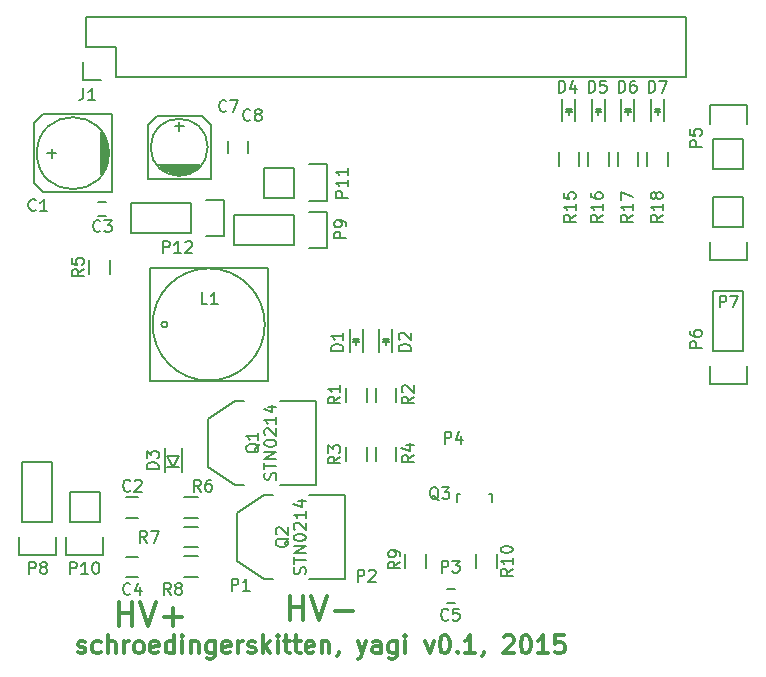
<source format=gto>
G04 #@! TF.FileFunction,Legend,Top*
%FSLAX46Y46*%
G04 Gerber Fmt 4.6, Leading zero omitted, Abs format (unit mm)*
G04 Created by KiCad (PCBNEW 0.201509131501+6189~30~ubuntu14.04.1-product) date Sam 03 Okt 2015 10:07:37 CEST*
%MOMM*%
G01*
G04 APERTURE LIST*
%ADD10C,0.200000*%
%ADD11C,0.300000*%
%ADD12C,0.150000*%
%ADD13C,0.203200*%
G04 APERTURE END LIST*
D10*
D11*
X62865333Y-87010762D02*
X62865333Y-85010762D01*
X62865333Y-85963143D02*
X64008191Y-85963143D01*
X64008191Y-87010762D02*
X64008191Y-85010762D01*
X64674857Y-85010762D02*
X65341524Y-87010762D01*
X66008191Y-85010762D01*
X66674857Y-86248857D02*
X68198667Y-86248857D01*
X48387333Y-87518762D02*
X48387333Y-85518762D01*
X48387333Y-86471143D02*
X49530191Y-86471143D01*
X49530191Y-87518762D02*
X49530191Y-85518762D01*
X50196857Y-85518762D02*
X50863524Y-87518762D01*
X51530191Y-85518762D01*
X52196857Y-86756857D02*
X53720667Y-86756857D01*
X52958762Y-87518762D02*
X52958762Y-85994952D01*
X44924858Y-89761143D02*
X45067715Y-89832571D01*
X45353430Y-89832571D01*
X45496287Y-89761143D01*
X45567715Y-89618286D01*
X45567715Y-89546857D01*
X45496287Y-89404000D01*
X45353430Y-89332571D01*
X45139144Y-89332571D01*
X44996287Y-89261143D01*
X44924858Y-89118286D01*
X44924858Y-89046857D01*
X44996287Y-88904000D01*
X45139144Y-88832571D01*
X45353430Y-88832571D01*
X45496287Y-88904000D01*
X46853430Y-89761143D02*
X46710573Y-89832571D01*
X46424859Y-89832571D01*
X46282001Y-89761143D01*
X46210573Y-89689714D01*
X46139144Y-89546857D01*
X46139144Y-89118286D01*
X46210573Y-88975429D01*
X46282001Y-88904000D01*
X46424859Y-88832571D01*
X46710573Y-88832571D01*
X46853430Y-88904000D01*
X47496287Y-89832571D02*
X47496287Y-88332571D01*
X48139144Y-89832571D02*
X48139144Y-89046857D01*
X48067715Y-88904000D01*
X47924858Y-88832571D01*
X47710573Y-88832571D01*
X47567715Y-88904000D01*
X47496287Y-88975429D01*
X48853430Y-89832571D02*
X48853430Y-88832571D01*
X48853430Y-89118286D02*
X48924858Y-88975429D01*
X48996287Y-88904000D01*
X49139144Y-88832571D01*
X49282001Y-88832571D01*
X49996287Y-89832571D02*
X49853429Y-89761143D01*
X49782001Y-89689714D01*
X49710572Y-89546857D01*
X49710572Y-89118286D01*
X49782001Y-88975429D01*
X49853429Y-88904000D01*
X49996287Y-88832571D01*
X50210572Y-88832571D01*
X50353429Y-88904000D01*
X50424858Y-88975429D01*
X50496287Y-89118286D01*
X50496287Y-89546857D01*
X50424858Y-89689714D01*
X50353429Y-89761143D01*
X50210572Y-89832571D01*
X49996287Y-89832571D01*
X51710572Y-89761143D02*
X51567715Y-89832571D01*
X51282001Y-89832571D01*
X51139144Y-89761143D01*
X51067715Y-89618286D01*
X51067715Y-89046857D01*
X51139144Y-88904000D01*
X51282001Y-88832571D01*
X51567715Y-88832571D01*
X51710572Y-88904000D01*
X51782001Y-89046857D01*
X51782001Y-89189714D01*
X51067715Y-89332571D01*
X53067715Y-89832571D02*
X53067715Y-88332571D01*
X53067715Y-89761143D02*
X52924858Y-89832571D01*
X52639144Y-89832571D01*
X52496286Y-89761143D01*
X52424858Y-89689714D01*
X52353429Y-89546857D01*
X52353429Y-89118286D01*
X52424858Y-88975429D01*
X52496286Y-88904000D01*
X52639144Y-88832571D01*
X52924858Y-88832571D01*
X53067715Y-88904000D01*
X53782001Y-89832571D02*
X53782001Y-88832571D01*
X53782001Y-88332571D02*
X53710572Y-88404000D01*
X53782001Y-88475429D01*
X53853429Y-88404000D01*
X53782001Y-88332571D01*
X53782001Y-88475429D01*
X54496287Y-88832571D02*
X54496287Y-89832571D01*
X54496287Y-88975429D02*
X54567715Y-88904000D01*
X54710573Y-88832571D01*
X54924858Y-88832571D01*
X55067715Y-88904000D01*
X55139144Y-89046857D01*
X55139144Y-89832571D01*
X56496287Y-88832571D02*
X56496287Y-90046857D01*
X56424858Y-90189714D01*
X56353430Y-90261143D01*
X56210573Y-90332571D01*
X55996287Y-90332571D01*
X55853430Y-90261143D01*
X56496287Y-89761143D02*
X56353430Y-89832571D01*
X56067716Y-89832571D01*
X55924858Y-89761143D01*
X55853430Y-89689714D01*
X55782001Y-89546857D01*
X55782001Y-89118286D01*
X55853430Y-88975429D01*
X55924858Y-88904000D01*
X56067716Y-88832571D01*
X56353430Y-88832571D01*
X56496287Y-88904000D01*
X57782001Y-89761143D02*
X57639144Y-89832571D01*
X57353430Y-89832571D01*
X57210573Y-89761143D01*
X57139144Y-89618286D01*
X57139144Y-89046857D01*
X57210573Y-88904000D01*
X57353430Y-88832571D01*
X57639144Y-88832571D01*
X57782001Y-88904000D01*
X57853430Y-89046857D01*
X57853430Y-89189714D01*
X57139144Y-89332571D01*
X58496287Y-89832571D02*
X58496287Y-88832571D01*
X58496287Y-89118286D02*
X58567715Y-88975429D01*
X58639144Y-88904000D01*
X58782001Y-88832571D01*
X58924858Y-88832571D01*
X59353429Y-89761143D02*
X59496286Y-89832571D01*
X59782001Y-89832571D01*
X59924858Y-89761143D01*
X59996286Y-89618286D01*
X59996286Y-89546857D01*
X59924858Y-89404000D01*
X59782001Y-89332571D01*
X59567715Y-89332571D01*
X59424858Y-89261143D01*
X59353429Y-89118286D01*
X59353429Y-89046857D01*
X59424858Y-88904000D01*
X59567715Y-88832571D01*
X59782001Y-88832571D01*
X59924858Y-88904000D01*
X60639144Y-89832571D02*
X60639144Y-88332571D01*
X60782001Y-89261143D02*
X61210572Y-89832571D01*
X61210572Y-88832571D02*
X60639144Y-89404000D01*
X61853430Y-89832571D02*
X61853430Y-88832571D01*
X61853430Y-88332571D02*
X61782001Y-88404000D01*
X61853430Y-88475429D01*
X61924858Y-88404000D01*
X61853430Y-88332571D01*
X61853430Y-88475429D01*
X62353430Y-88832571D02*
X62924859Y-88832571D01*
X62567716Y-88332571D02*
X62567716Y-89618286D01*
X62639144Y-89761143D01*
X62782002Y-89832571D01*
X62924859Y-89832571D01*
X63210573Y-88832571D02*
X63782002Y-88832571D01*
X63424859Y-88332571D02*
X63424859Y-89618286D01*
X63496287Y-89761143D01*
X63639145Y-89832571D01*
X63782002Y-89832571D01*
X64853430Y-89761143D02*
X64710573Y-89832571D01*
X64424859Y-89832571D01*
X64282002Y-89761143D01*
X64210573Y-89618286D01*
X64210573Y-89046857D01*
X64282002Y-88904000D01*
X64424859Y-88832571D01*
X64710573Y-88832571D01*
X64853430Y-88904000D01*
X64924859Y-89046857D01*
X64924859Y-89189714D01*
X64210573Y-89332571D01*
X65567716Y-88832571D02*
X65567716Y-89832571D01*
X65567716Y-88975429D02*
X65639144Y-88904000D01*
X65782002Y-88832571D01*
X65996287Y-88832571D01*
X66139144Y-88904000D01*
X66210573Y-89046857D01*
X66210573Y-89832571D01*
X66996287Y-89761143D02*
X66996287Y-89832571D01*
X66924859Y-89975429D01*
X66853430Y-90046857D01*
X68639145Y-88832571D02*
X68996288Y-89832571D01*
X69353430Y-88832571D02*
X68996288Y-89832571D01*
X68853430Y-90189714D01*
X68782002Y-90261143D01*
X68639145Y-90332571D01*
X70567716Y-89832571D02*
X70567716Y-89046857D01*
X70496287Y-88904000D01*
X70353430Y-88832571D01*
X70067716Y-88832571D01*
X69924859Y-88904000D01*
X70567716Y-89761143D02*
X70424859Y-89832571D01*
X70067716Y-89832571D01*
X69924859Y-89761143D01*
X69853430Y-89618286D01*
X69853430Y-89475429D01*
X69924859Y-89332571D01*
X70067716Y-89261143D01*
X70424859Y-89261143D01*
X70567716Y-89189714D01*
X71924859Y-88832571D02*
X71924859Y-90046857D01*
X71853430Y-90189714D01*
X71782002Y-90261143D01*
X71639145Y-90332571D01*
X71424859Y-90332571D01*
X71282002Y-90261143D01*
X71924859Y-89761143D02*
X71782002Y-89832571D01*
X71496288Y-89832571D01*
X71353430Y-89761143D01*
X71282002Y-89689714D01*
X71210573Y-89546857D01*
X71210573Y-89118286D01*
X71282002Y-88975429D01*
X71353430Y-88904000D01*
X71496288Y-88832571D01*
X71782002Y-88832571D01*
X71924859Y-88904000D01*
X72639145Y-89832571D02*
X72639145Y-88832571D01*
X72639145Y-88332571D02*
X72567716Y-88404000D01*
X72639145Y-88475429D01*
X72710573Y-88404000D01*
X72639145Y-88332571D01*
X72639145Y-88475429D01*
X74353431Y-88832571D02*
X74710574Y-89832571D01*
X75067716Y-88832571D01*
X75924859Y-88332571D02*
X76067716Y-88332571D01*
X76210573Y-88404000D01*
X76282002Y-88475429D01*
X76353431Y-88618286D01*
X76424859Y-88904000D01*
X76424859Y-89261143D01*
X76353431Y-89546857D01*
X76282002Y-89689714D01*
X76210573Y-89761143D01*
X76067716Y-89832571D01*
X75924859Y-89832571D01*
X75782002Y-89761143D01*
X75710573Y-89689714D01*
X75639145Y-89546857D01*
X75567716Y-89261143D01*
X75567716Y-88904000D01*
X75639145Y-88618286D01*
X75710573Y-88475429D01*
X75782002Y-88404000D01*
X75924859Y-88332571D01*
X77067716Y-89689714D02*
X77139144Y-89761143D01*
X77067716Y-89832571D01*
X76996287Y-89761143D01*
X77067716Y-89689714D01*
X77067716Y-89832571D01*
X78567716Y-89832571D02*
X77710573Y-89832571D01*
X78139145Y-89832571D02*
X78139145Y-88332571D01*
X77996288Y-88546857D01*
X77853430Y-88689714D01*
X77710573Y-88761143D01*
X79282001Y-89761143D02*
X79282001Y-89832571D01*
X79210573Y-89975429D01*
X79139144Y-90046857D01*
X80996287Y-88475429D02*
X81067716Y-88404000D01*
X81210573Y-88332571D01*
X81567716Y-88332571D01*
X81710573Y-88404000D01*
X81782002Y-88475429D01*
X81853430Y-88618286D01*
X81853430Y-88761143D01*
X81782002Y-88975429D01*
X80924859Y-89832571D01*
X81853430Y-89832571D01*
X82782001Y-88332571D02*
X82924858Y-88332571D01*
X83067715Y-88404000D01*
X83139144Y-88475429D01*
X83210573Y-88618286D01*
X83282001Y-88904000D01*
X83282001Y-89261143D01*
X83210573Y-89546857D01*
X83139144Y-89689714D01*
X83067715Y-89761143D01*
X82924858Y-89832571D01*
X82782001Y-89832571D01*
X82639144Y-89761143D01*
X82567715Y-89689714D01*
X82496287Y-89546857D01*
X82424858Y-89261143D01*
X82424858Y-88904000D01*
X82496287Y-88618286D01*
X82567715Y-88475429D01*
X82639144Y-88404000D01*
X82782001Y-88332571D01*
X84710572Y-89832571D02*
X83853429Y-89832571D01*
X84282001Y-89832571D02*
X84282001Y-88332571D01*
X84139144Y-88546857D01*
X83996286Y-88689714D01*
X83853429Y-88761143D01*
X86067715Y-88332571D02*
X85353429Y-88332571D01*
X85282000Y-89046857D01*
X85353429Y-88975429D01*
X85496286Y-88904000D01*
X85853429Y-88904000D01*
X85996286Y-88975429D01*
X86067715Y-89046857D01*
X86139143Y-89189714D01*
X86139143Y-89546857D01*
X86067715Y-89689714D01*
X85996286Y-89761143D01*
X85853429Y-89832571D01*
X85496286Y-89832571D01*
X85353429Y-89761143D01*
X85282000Y-89689714D01*
D12*
X47421000Y-48262000D02*
X47421000Y-46738000D01*
X47294000Y-46357000D02*
X47294000Y-48643000D01*
X47167000Y-48897000D02*
X47167000Y-46103000D01*
X47040000Y-45849000D02*
X47040000Y-49151000D01*
X46913000Y-49278000D02*
X46913000Y-45722000D01*
X47802000Y-50802000D02*
X47802000Y-44198000D01*
X47802000Y-44198000D02*
X41960000Y-44198000D01*
X41960000Y-44198000D02*
X41198000Y-44960000D01*
X41198000Y-44960000D02*
X41198000Y-50040000D01*
X41198000Y-50040000D02*
X41960000Y-50802000D01*
X41960000Y-50802000D02*
X47802000Y-50802000D01*
X42341000Y-47500000D02*
X43103000Y-47500000D01*
X42722000Y-47881000D02*
X42722000Y-47119000D01*
X47548000Y-47500000D02*
G75*
G03X47548000Y-47500000I-3048000J0D01*
G01*
X49000000Y-78350000D02*
X50000000Y-78350000D01*
X50000000Y-76650000D02*
X49000000Y-76650000D01*
X47340000Y-52797000D02*
X46640000Y-52797000D01*
X46640000Y-51597000D02*
X47340000Y-51597000D01*
X49000000Y-83350000D02*
X50000000Y-83350000D01*
X50000000Y-81650000D02*
X49000000Y-81650000D01*
X76150000Y-84400000D02*
X76850000Y-84400000D01*
X76850000Y-85600000D02*
X76150000Y-85600000D01*
X59350000Y-47500000D02*
X59350000Y-46500000D01*
X57650000Y-46500000D02*
X57650000Y-47500000D01*
D10*
X53000000Y-74050000D02*
X53500000Y-73150000D01*
X53500000Y-73150000D02*
X52500000Y-73150000D01*
X52500000Y-73150000D02*
X53000000Y-74050000D01*
X53500000Y-74050000D02*
X52500000Y-74050000D01*
X52300000Y-74450000D02*
X52300000Y-72450000D01*
X53700000Y-72450000D02*
X53700000Y-74450000D01*
X52500000Y-62000000D02*
G75*
G03X52500000Y-62000000I-250000J0D01*
G01*
X60750000Y-62000000D02*
G75*
G03X60750000Y-62000000I-4750000J0D01*
G01*
X51000000Y-57250000D02*
X51000000Y-66750000D01*
X51000000Y-66750000D02*
X61000000Y-66750000D01*
X61000000Y-66750000D02*
X61000000Y-57250000D01*
X51000000Y-57250000D02*
X61000000Y-57250000D01*
D12*
X101270000Y-46270000D02*
X101270000Y-48810000D01*
X101550000Y-43450000D02*
X101550000Y-45000000D01*
X101270000Y-46270000D02*
X98730000Y-46270000D01*
X98450000Y-45000000D02*
X98450000Y-43450000D01*
X98450000Y-43450000D02*
X101550000Y-43450000D01*
X98730000Y-46270000D02*
X98730000Y-48810000D01*
X98730000Y-48810000D02*
X101270000Y-48810000D01*
D13*
X62024000Y-75556000D02*
X65072000Y-75556000D01*
X65072000Y-75556000D02*
X65072000Y-68444000D01*
X65072000Y-68444000D02*
X62024000Y-68444000D01*
X58976000Y-75556000D02*
X58214000Y-75556000D01*
X58214000Y-75556000D02*
X55928000Y-74032000D01*
X55928000Y-74032000D02*
X55928000Y-69968000D01*
X55928000Y-69968000D02*
X58214000Y-68444000D01*
X58214000Y-68444000D02*
X58976000Y-68444000D01*
X64524000Y-83556000D02*
X67572000Y-83556000D01*
X67572000Y-83556000D02*
X67572000Y-76444000D01*
X67572000Y-76444000D02*
X64524000Y-76444000D01*
X61476000Y-83556000D02*
X60714000Y-83556000D01*
X60714000Y-83556000D02*
X58428000Y-82032000D01*
X58428000Y-82032000D02*
X58428000Y-77968000D01*
X58428000Y-77968000D02*
X60714000Y-76444000D01*
X60714000Y-76444000D02*
X61476000Y-76444000D01*
D12*
X79799160Y-76349760D02*
X79750900Y-76349760D01*
X77000180Y-77050800D02*
X77000180Y-76349760D01*
X77000180Y-76349760D02*
X77249100Y-76349760D01*
X79799160Y-76349760D02*
X79999820Y-76349760D01*
X79999820Y-76349760D02*
X79999820Y-77050800D01*
X67625000Y-68600000D02*
X67625000Y-67400000D01*
X69375000Y-67400000D02*
X69375000Y-68600000D01*
X70125000Y-68600000D02*
X70125000Y-67400000D01*
X71875000Y-67400000D02*
X71875000Y-68600000D01*
X69375000Y-72400000D02*
X69375000Y-73600000D01*
X67625000Y-73600000D02*
X67625000Y-72400000D01*
X71875000Y-72400000D02*
X71875000Y-73600000D01*
X70125000Y-73600000D02*
X70125000Y-72400000D01*
X47611000Y-56550000D02*
X47611000Y-57750000D01*
X45861000Y-57750000D02*
X45861000Y-56550000D01*
X53900000Y-76625000D02*
X55100000Y-76625000D01*
X55100000Y-78375000D02*
X53900000Y-78375000D01*
X55100000Y-80875000D02*
X53900000Y-80875000D01*
X53900000Y-79125000D02*
X55100000Y-79125000D01*
X55100000Y-83375000D02*
X53900000Y-83375000D01*
X53900000Y-81625000D02*
X55100000Y-81625000D01*
X72625000Y-82600000D02*
X72625000Y-81400000D01*
X74375000Y-81400000D02*
X74375000Y-82600000D01*
X80375000Y-81400000D02*
X80375000Y-82600000D01*
X78625000Y-82600000D02*
X78625000Y-81400000D01*
X96400000Y-35960000D02*
X45600000Y-35960000D01*
X48140000Y-41040000D02*
X96400000Y-41040000D01*
X96400000Y-35960000D02*
X96400000Y-41040000D01*
X45600000Y-35960000D02*
X45600000Y-38500000D01*
X45320000Y-39770000D02*
X45320000Y-41320000D01*
X45600000Y-38500000D02*
X48140000Y-38500000D01*
X48140000Y-38500000D02*
X48140000Y-41040000D01*
X45320000Y-41320000D02*
X46870000Y-41320000D01*
X67950000Y-62400000D02*
X67950000Y-64300000D01*
X69050000Y-62400000D02*
X69050000Y-64300000D01*
X68500000Y-63300000D02*
X68500000Y-63750000D01*
X68750000Y-63250000D02*
X68250000Y-63250000D01*
X68500000Y-63250000D02*
X68750000Y-63500000D01*
X68750000Y-63500000D02*
X68250000Y-63500000D01*
X68250000Y-63500000D02*
X68500000Y-63250000D01*
X70450000Y-62400000D02*
X70450000Y-64300000D01*
X71550000Y-62400000D02*
X71550000Y-64300000D01*
X71000000Y-63300000D02*
X71000000Y-63750000D01*
X71250000Y-63250000D02*
X70750000Y-63250000D01*
X71000000Y-63250000D02*
X71250000Y-63500000D01*
X71250000Y-63500000D02*
X70750000Y-63500000D01*
X70750000Y-63500000D02*
X71000000Y-63250000D01*
X52865000Y-49286000D02*
X54262000Y-49286000D01*
X52611000Y-49159000D02*
X54389000Y-49159000D01*
X52230000Y-49032000D02*
X54770000Y-49032000D01*
X54897000Y-48905000D02*
X52103000Y-48905000D01*
X51976000Y-48778000D02*
X55024000Y-48778000D01*
X55151000Y-48651000D02*
X51849000Y-48651000D01*
X51722000Y-48524000D02*
X55278000Y-48524000D01*
X50833000Y-49667000D02*
X50833000Y-45095000D01*
X50833000Y-45095000D02*
X51595000Y-44333000D01*
X51595000Y-44333000D02*
X55405000Y-44333000D01*
X55405000Y-44333000D02*
X56167000Y-45095000D01*
X56167000Y-45095000D02*
X56167000Y-49667000D01*
X56167000Y-49667000D02*
X50833000Y-49667000D01*
X53500000Y-44841000D02*
X53500000Y-45603000D01*
X53119000Y-45222000D02*
X53881000Y-45222000D01*
X55913000Y-47000000D02*
G75*
G03X55913000Y-47000000I-2413000J0D01*
G01*
X85950000Y-42900000D02*
X85950000Y-44800000D01*
X87050000Y-42900000D02*
X87050000Y-44800000D01*
X86500000Y-43800000D02*
X86500000Y-44250000D01*
X86750000Y-43750000D02*
X86250000Y-43750000D01*
X86500000Y-43750000D02*
X86750000Y-44000000D01*
X86750000Y-44000000D02*
X86250000Y-44000000D01*
X86250000Y-44000000D02*
X86500000Y-43750000D01*
X88450000Y-42900000D02*
X88450000Y-44800000D01*
X89550000Y-42900000D02*
X89550000Y-44800000D01*
X89000000Y-43800000D02*
X89000000Y-44250000D01*
X89250000Y-43750000D02*
X88750000Y-43750000D01*
X89000000Y-43750000D02*
X89250000Y-44000000D01*
X89250000Y-44000000D02*
X88750000Y-44000000D01*
X88750000Y-44000000D02*
X89000000Y-43750000D01*
X90950000Y-42900000D02*
X90950000Y-44800000D01*
X92050000Y-42900000D02*
X92050000Y-44800000D01*
X91500000Y-43800000D02*
X91500000Y-44250000D01*
X91750000Y-43750000D02*
X91250000Y-43750000D01*
X91500000Y-43750000D02*
X91750000Y-44000000D01*
X91750000Y-44000000D02*
X91250000Y-44000000D01*
X91250000Y-44000000D02*
X91500000Y-43750000D01*
X93450000Y-42900000D02*
X93450000Y-44800000D01*
X94550000Y-42900000D02*
X94550000Y-44800000D01*
X94000000Y-43800000D02*
X94000000Y-44250000D01*
X94250000Y-43750000D02*
X93750000Y-43750000D01*
X94000000Y-43750000D02*
X94250000Y-44000000D01*
X94250000Y-44000000D02*
X93750000Y-44000000D01*
X93750000Y-44000000D02*
X94000000Y-43750000D01*
X101270000Y-64230000D02*
X101270000Y-59150000D01*
X101270000Y-59150000D02*
X98730000Y-59150000D01*
X98730000Y-59150000D02*
X98730000Y-64230000D01*
X98450000Y-67050000D02*
X98450000Y-65500000D01*
X98730000Y-64230000D02*
X101270000Y-64230000D01*
X101550000Y-65500000D02*
X101550000Y-67050000D01*
X101550000Y-67050000D02*
X98450000Y-67050000D01*
X98730000Y-53730000D02*
X98730000Y-51190000D01*
X98450000Y-56550000D02*
X98450000Y-55000000D01*
X98730000Y-53730000D02*
X101270000Y-53730000D01*
X101550000Y-55000000D02*
X101550000Y-56550000D01*
X101550000Y-56550000D02*
X98450000Y-56550000D01*
X101270000Y-53730000D02*
X101270000Y-51190000D01*
X101270000Y-51190000D02*
X98730000Y-51190000D01*
X87375000Y-47400000D02*
X87375000Y-48600000D01*
X85625000Y-48600000D02*
X85625000Y-47400000D01*
X89875000Y-47400000D02*
X89875000Y-48600000D01*
X88125000Y-48600000D02*
X88125000Y-47400000D01*
X92375000Y-47400000D02*
X92375000Y-48600000D01*
X90625000Y-48600000D02*
X90625000Y-47400000D01*
X94875000Y-47400000D02*
X94875000Y-48600000D01*
X93125000Y-48600000D02*
X93125000Y-47400000D01*
X42770000Y-78730000D02*
X42770000Y-73650000D01*
X42770000Y-73650000D02*
X40230000Y-73650000D01*
X40230000Y-73650000D02*
X40230000Y-78730000D01*
X39950000Y-81550000D02*
X39950000Y-80000000D01*
X40230000Y-78730000D02*
X42770000Y-78730000D01*
X43050000Y-80000000D02*
X43050000Y-81550000D01*
X43050000Y-81550000D02*
X39950000Y-81550000D01*
X63230000Y-52730000D02*
X58150000Y-52730000D01*
X58150000Y-52730000D02*
X58150000Y-55270000D01*
X58150000Y-55270000D02*
X63230000Y-55270000D01*
X66050000Y-55550000D02*
X64500000Y-55550000D01*
X63230000Y-55270000D02*
X63230000Y-52730000D01*
X64500000Y-52450000D02*
X66050000Y-52450000D01*
X66050000Y-52450000D02*
X66050000Y-55550000D01*
X44230000Y-78730000D02*
X44230000Y-76190000D01*
X43950000Y-81550000D02*
X43950000Y-80000000D01*
X44230000Y-78730000D02*
X46770000Y-78730000D01*
X47050000Y-80000000D02*
X47050000Y-81550000D01*
X47050000Y-81550000D02*
X43950000Y-81550000D01*
X46770000Y-78730000D02*
X46770000Y-76190000D01*
X46770000Y-76190000D02*
X44230000Y-76190000D01*
X63230000Y-51270000D02*
X60690000Y-51270000D01*
X66050000Y-51550000D02*
X64500000Y-51550000D01*
X63230000Y-51270000D02*
X63230000Y-48730000D01*
X64500000Y-48450000D02*
X66050000Y-48450000D01*
X66050000Y-48450000D02*
X66050000Y-51550000D01*
X63230000Y-48730000D02*
X60690000Y-48730000D01*
X60690000Y-48730000D02*
X60690000Y-51270000D01*
X54480000Y-51730000D02*
X49400000Y-51730000D01*
X49400000Y-51730000D02*
X49400000Y-54270000D01*
X49400000Y-54270000D02*
X54480000Y-54270000D01*
X57300000Y-54550000D02*
X55750000Y-54550000D01*
X54480000Y-54270000D02*
X54480000Y-51730000D01*
X55750000Y-51450000D02*
X57300000Y-51450000D01*
X57300000Y-51450000D02*
X57300000Y-54550000D01*
D10*
X41362334Y-52300143D02*
X41314715Y-52347762D01*
X41171858Y-52395381D01*
X41076620Y-52395381D01*
X40933762Y-52347762D01*
X40838524Y-52252524D01*
X40790905Y-52157286D01*
X40743286Y-51966810D01*
X40743286Y-51823952D01*
X40790905Y-51633476D01*
X40838524Y-51538238D01*
X40933762Y-51443000D01*
X41076620Y-51395381D01*
X41171858Y-51395381D01*
X41314715Y-51443000D01*
X41362334Y-51490619D01*
X42314715Y-52395381D02*
X41743286Y-52395381D01*
X42029000Y-52395381D02*
X42029000Y-51395381D01*
X41933762Y-51538238D01*
X41838524Y-51633476D01*
X41743286Y-51681095D01*
X49363334Y-76049143D02*
X49315715Y-76096762D01*
X49172858Y-76144381D01*
X49077620Y-76144381D01*
X48934762Y-76096762D01*
X48839524Y-76001524D01*
X48791905Y-75906286D01*
X48744286Y-75715810D01*
X48744286Y-75572952D01*
X48791905Y-75382476D01*
X48839524Y-75287238D01*
X48934762Y-75192000D01*
X49077620Y-75144381D01*
X49172858Y-75144381D01*
X49315715Y-75192000D01*
X49363334Y-75239619D01*
X49744286Y-75239619D02*
X49791905Y-75192000D01*
X49887143Y-75144381D01*
X50125239Y-75144381D01*
X50220477Y-75192000D01*
X50268096Y-75239619D01*
X50315715Y-75334857D01*
X50315715Y-75430095D01*
X50268096Y-75572952D01*
X49696667Y-76144381D01*
X50315715Y-76144381D01*
X46823334Y-54078143D02*
X46775715Y-54125762D01*
X46632858Y-54173381D01*
X46537620Y-54173381D01*
X46394762Y-54125762D01*
X46299524Y-54030524D01*
X46251905Y-53935286D01*
X46204286Y-53744810D01*
X46204286Y-53601952D01*
X46251905Y-53411476D01*
X46299524Y-53316238D01*
X46394762Y-53221000D01*
X46537620Y-53173381D01*
X46632858Y-53173381D01*
X46775715Y-53221000D01*
X46823334Y-53268619D01*
X47156667Y-53173381D02*
X47775715Y-53173381D01*
X47442381Y-53554333D01*
X47585239Y-53554333D01*
X47680477Y-53601952D01*
X47728096Y-53649571D01*
X47775715Y-53744810D01*
X47775715Y-53982905D01*
X47728096Y-54078143D01*
X47680477Y-54125762D01*
X47585239Y-54173381D01*
X47299524Y-54173381D01*
X47204286Y-54125762D01*
X47156667Y-54078143D01*
X49363334Y-84812143D02*
X49315715Y-84859762D01*
X49172858Y-84907381D01*
X49077620Y-84907381D01*
X48934762Y-84859762D01*
X48839524Y-84764524D01*
X48791905Y-84669286D01*
X48744286Y-84478810D01*
X48744286Y-84335952D01*
X48791905Y-84145476D01*
X48839524Y-84050238D01*
X48934762Y-83955000D01*
X49077620Y-83907381D01*
X49172858Y-83907381D01*
X49315715Y-83955000D01*
X49363334Y-84002619D01*
X50220477Y-84240714D02*
X50220477Y-84907381D01*
X49982381Y-83859762D02*
X49744286Y-84574048D01*
X50363334Y-84574048D01*
X76287334Y-86971143D02*
X76239715Y-87018762D01*
X76096858Y-87066381D01*
X76001620Y-87066381D01*
X75858762Y-87018762D01*
X75763524Y-86923524D01*
X75715905Y-86828286D01*
X75668286Y-86637810D01*
X75668286Y-86494952D01*
X75715905Y-86304476D01*
X75763524Y-86209238D01*
X75858762Y-86114000D01*
X76001620Y-86066381D01*
X76096858Y-86066381D01*
X76239715Y-86114000D01*
X76287334Y-86161619D01*
X77192096Y-86066381D02*
X76715905Y-86066381D01*
X76668286Y-86542571D01*
X76715905Y-86494952D01*
X76811143Y-86447333D01*
X77049239Y-86447333D01*
X77144477Y-86494952D01*
X77192096Y-86542571D01*
X77239715Y-86637810D01*
X77239715Y-86875905D01*
X77192096Y-86971143D01*
X77144477Y-87018762D01*
X77049239Y-87066381D01*
X76811143Y-87066381D01*
X76715905Y-87018762D01*
X76668286Y-86971143D01*
X59523334Y-44680143D02*
X59475715Y-44727762D01*
X59332858Y-44775381D01*
X59237620Y-44775381D01*
X59094762Y-44727762D01*
X58999524Y-44632524D01*
X58951905Y-44537286D01*
X58904286Y-44346810D01*
X58904286Y-44203952D01*
X58951905Y-44013476D01*
X58999524Y-43918238D01*
X59094762Y-43823000D01*
X59237620Y-43775381D01*
X59332858Y-43775381D01*
X59475715Y-43823000D01*
X59523334Y-43870619D01*
X60094762Y-44203952D02*
X59999524Y-44156333D01*
X59951905Y-44108714D01*
X59904286Y-44013476D01*
X59904286Y-43965857D01*
X59951905Y-43870619D01*
X59999524Y-43823000D01*
X60094762Y-43775381D01*
X60285239Y-43775381D01*
X60380477Y-43823000D01*
X60428096Y-43870619D01*
X60475715Y-43965857D01*
X60475715Y-44013476D01*
X60428096Y-44108714D01*
X60380477Y-44156333D01*
X60285239Y-44203952D01*
X60094762Y-44203952D01*
X59999524Y-44251571D01*
X59951905Y-44299190D01*
X59904286Y-44394429D01*
X59904286Y-44584905D01*
X59951905Y-44680143D01*
X59999524Y-44727762D01*
X60094762Y-44775381D01*
X60285239Y-44775381D01*
X60380477Y-44727762D01*
X60428096Y-44680143D01*
X60475715Y-44584905D01*
X60475715Y-44394429D01*
X60428096Y-44299190D01*
X60380477Y-44251571D01*
X60285239Y-44203952D01*
X51752381Y-74238095D02*
X50752381Y-74238095D01*
X50752381Y-74000000D01*
X50800000Y-73857142D01*
X50895238Y-73761904D01*
X50990476Y-73714285D01*
X51180952Y-73666666D01*
X51323810Y-73666666D01*
X51514286Y-73714285D01*
X51609524Y-73761904D01*
X51704762Y-73857142D01*
X51752381Y-74000000D01*
X51752381Y-74238095D01*
X50752381Y-73333333D02*
X50752381Y-72714285D01*
X51133333Y-73047619D01*
X51133333Y-72904761D01*
X51180952Y-72809523D01*
X51228571Y-72761904D01*
X51323810Y-72714285D01*
X51561905Y-72714285D01*
X51657143Y-72761904D01*
X51704762Y-72809523D01*
X51752381Y-72904761D01*
X51752381Y-73190476D01*
X51704762Y-73285714D01*
X51657143Y-73333333D01*
X55896834Y-60293381D02*
X55420643Y-60293381D01*
X55420643Y-59293381D01*
X56753977Y-60293381D02*
X56182548Y-60293381D01*
X56468262Y-60293381D02*
X56468262Y-59293381D01*
X56373024Y-59436238D01*
X56277786Y-59531476D01*
X56182548Y-59579095D01*
X97734381Y-46966095D02*
X96734381Y-46966095D01*
X96734381Y-46585142D01*
X96782000Y-46489904D01*
X96829619Y-46442285D01*
X96924857Y-46394666D01*
X97067714Y-46394666D01*
X97162952Y-46442285D01*
X97210571Y-46489904D01*
X97258190Y-46585142D01*
X97258190Y-46966095D01*
X96734381Y-45489904D02*
X96734381Y-45966095D01*
X97210571Y-46013714D01*
X97162952Y-45966095D01*
X97115333Y-45870857D01*
X97115333Y-45632761D01*
X97162952Y-45537523D01*
X97210571Y-45489904D01*
X97305810Y-45442285D01*
X97543905Y-45442285D01*
X97639143Y-45489904D01*
X97686762Y-45537523D01*
X97734381Y-45632761D01*
X97734381Y-45870857D01*
X97686762Y-45966095D01*
X97639143Y-46013714D01*
D13*
X60294381Y-72096762D02*
X60246000Y-72193524D01*
X60149238Y-72290286D01*
X60004095Y-72435429D01*
X59955714Y-72532190D01*
X59955714Y-72628952D01*
X60197619Y-72580571D02*
X60149238Y-72677333D01*
X60052476Y-72774095D01*
X59858952Y-72822476D01*
X59520286Y-72822476D01*
X59326762Y-72774095D01*
X59230000Y-72677333D01*
X59181619Y-72580571D01*
X59181619Y-72387048D01*
X59230000Y-72290286D01*
X59326762Y-72193524D01*
X59520286Y-72145143D01*
X59858952Y-72145143D01*
X60052476Y-72193524D01*
X60149238Y-72290286D01*
X60197619Y-72387048D01*
X60197619Y-72580571D01*
X60197619Y-71177524D02*
X60197619Y-71758095D01*
X60197619Y-71467809D02*
X59181619Y-71467809D01*
X59326762Y-71564571D01*
X59423524Y-71661333D01*
X59471905Y-71758095D01*
X61673238Y-75144761D02*
X61721619Y-74999618D01*
X61721619Y-74757714D01*
X61673238Y-74660952D01*
X61624857Y-74612571D01*
X61528095Y-74564190D01*
X61431333Y-74564190D01*
X61334571Y-74612571D01*
X61286190Y-74660952D01*
X61237810Y-74757714D01*
X61189429Y-74951237D01*
X61141048Y-75047999D01*
X61092667Y-75096380D01*
X60995905Y-75144761D01*
X60899143Y-75144761D01*
X60802381Y-75096380D01*
X60754000Y-75047999D01*
X60705619Y-74951237D01*
X60705619Y-74709333D01*
X60754000Y-74564190D01*
X60705619Y-74273904D02*
X60705619Y-73693333D01*
X61721619Y-73983618D02*
X60705619Y-73983618D01*
X61721619Y-73354666D02*
X60705619Y-73354666D01*
X61721619Y-72774095D01*
X60705619Y-72774095D01*
X60705619Y-72096761D02*
X60705619Y-72000000D01*
X60754000Y-71903238D01*
X60802381Y-71854857D01*
X60899143Y-71806476D01*
X61092667Y-71758095D01*
X61334571Y-71758095D01*
X61528095Y-71806476D01*
X61624857Y-71854857D01*
X61673238Y-71903238D01*
X61721619Y-72000000D01*
X61721619Y-72096761D01*
X61673238Y-72193523D01*
X61624857Y-72241904D01*
X61528095Y-72290285D01*
X61334571Y-72338666D01*
X61092667Y-72338666D01*
X60899143Y-72290285D01*
X60802381Y-72241904D01*
X60754000Y-72193523D01*
X60705619Y-72096761D01*
X60802381Y-71371047D02*
X60754000Y-71322666D01*
X60705619Y-71225904D01*
X60705619Y-70984000D01*
X60754000Y-70887238D01*
X60802381Y-70838857D01*
X60899143Y-70790476D01*
X60995905Y-70790476D01*
X61141048Y-70838857D01*
X61721619Y-71419428D01*
X61721619Y-70790476D01*
X61721619Y-69822857D02*
X61721619Y-70403428D01*
X61721619Y-70113142D02*
X60705619Y-70113142D01*
X60850762Y-70209904D01*
X60947524Y-70306666D01*
X60995905Y-70403428D01*
X61044286Y-68952000D02*
X61721619Y-68952000D01*
X60657238Y-69193904D02*
X61382952Y-69435809D01*
X61382952Y-68806857D01*
X62794381Y-80096762D02*
X62746000Y-80193524D01*
X62649238Y-80290286D01*
X62504095Y-80435429D01*
X62455714Y-80532190D01*
X62455714Y-80628952D01*
X62697619Y-80580571D02*
X62649238Y-80677333D01*
X62552476Y-80774095D01*
X62358952Y-80822476D01*
X62020286Y-80822476D01*
X61826762Y-80774095D01*
X61730000Y-80677333D01*
X61681619Y-80580571D01*
X61681619Y-80387048D01*
X61730000Y-80290286D01*
X61826762Y-80193524D01*
X62020286Y-80145143D01*
X62358952Y-80145143D01*
X62552476Y-80193524D01*
X62649238Y-80290286D01*
X62697619Y-80387048D01*
X62697619Y-80580571D01*
X61778381Y-79758095D02*
X61730000Y-79709714D01*
X61681619Y-79612952D01*
X61681619Y-79371048D01*
X61730000Y-79274286D01*
X61778381Y-79225905D01*
X61875143Y-79177524D01*
X61971905Y-79177524D01*
X62117048Y-79225905D01*
X62697619Y-79806476D01*
X62697619Y-79177524D01*
X64173238Y-83144761D02*
X64221619Y-82999618D01*
X64221619Y-82757714D01*
X64173238Y-82660952D01*
X64124857Y-82612571D01*
X64028095Y-82564190D01*
X63931333Y-82564190D01*
X63834571Y-82612571D01*
X63786190Y-82660952D01*
X63737810Y-82757714D01*
X63689429Y-82951237D01*
X63641048Y-83047999D01*
X63592667Y-83096380D01*
X63495905Y-83144761D01*
X63399143Y-83144761D01*
X63302381Y-83096380D01*
X63254000Y-83047999D01*
X63205619Y-82951237D01*
X63205619Y-82709333D01*
X63254000Y-82564190D01*
X63205619Y-82273904D02*
X63205619Y-81693333D01*
X64221619Y-81983618D02*
X63205619Y-81983618D01*
X64221619Y-81354666D02*
X63205619Y-81354666D01*
X64221619Y-80774095D01*
X63205619Y-80774095D01*
X63205619Y-80096761D02*
X63205619Y-80000000D01*
X63254000Y-79903238D01*
X63302381Y-79854857D01*
X63399143Y-79806476D01*
X63592667Y-79758095D01*
X63834571Y-79758095D01*
X64028095Y-79806476D01*
X64124857Y-79854857D01*
X64173238Y-79903238D01*
X64221619Y-80000000D01*
X64221619Y-80096761D01*
X64173238Y-80193523D01*
X64124857Y-80241904D01*
X64028095Y-80290285D01*
X63834571Y-80338666D01*
X63592667Y-80338666D01*
X63399143Y-80290285D01*
X63302381Y-80241904D01*
X63254000Y-80193523D01*
X63205619Y-80096761D01*
X63302381Y-79371047D02*
X63254000Y-79322666D01*
X63205619Y-79225904D01*
X63205619Y-78984000D01*
X63254000Y-78887238D01*
X63302381Y-78838857D01*
X63399143Y-78790476D01*
X63495905Y-78790476D01*
X63641048Y-78838857D01*
X64221619Y-79419428D01*
X64221619Y-78790476D01*
X64221619Y-77822857D02*
X64221619Y-78403428D01*
X64221619Y-78113142D02*
X63205619Y-78113142D01*
X63350762Y-78209904D01*
X63447524Y-78306666D01*
X63495905Y-78403428D01*
X63544286Y-76952000D02*
X64221619Y-76952000D01*
X63157238Y-77193904D02*
X63882952Y-77435809D01*
X63882952Y-76806857D01*
D10*
X75469762Y-76874619D02*
X75374524Y-76827000D01*
X75279286Y-76731762D01*
X75136429Y-76588905D01*
X75041190Y-76541286D01*
X74945952Y-76541286D01*
X74993571Y-76779381D02*
X74898333Y-76731762D01*
X74803095Y-76636524D01*
X74755476Y-76446048D01*
X74755476Y-76112714D01*
X74803095Y-75922238D01*
X74898333Y-75827000D01*
X74993571Y-75779381D01*
X75184048Y-75779381D01*
X75279286Y-75827000D01*
X75374524Y-75922238D01*
X75422143Y-76112714D01*
X75422143Y-76446048D01*
X75374524Y-76636524D01*
X75279286Y-76731762D01*
X75184048Y-76779381D01*
X74993571Y-76779381D01*
X75755476Y-75779381D02*
X76374524Y-75779381D01*
X76041190Y-76160333D01*
X76184048Y-76160333D01*
X76279286Y-76207952D01*
X76326905Y-76255571D01*
X76374524Y-76350810D01*
X76374524Y-76588905D01*
X76326905Y-76684143D01*
X76279286Y-76731762D01*
X76184048Y-76779381D01*
X75898333Y-76779381D01*
X75803095Y-76731762D01*
X75755476Y-76684143D01*
X67127381Y-68111666D02*
X66651190Y-68445000D01*
X67127381Y-68683095D02*
X66127381Y-68683095D01*
X66127381Y-68302142D01*
X66175000Y-68206904D01*
X66222619Y-68159285D01*
X66317857Y-68111666D01*
X66460714Y-68111666D01*
X66555952Y-68159285D01*
X66603571Y-68206904D01*
X66651190Y-68302142D01*
X66651190Y-68683095D01*
X67127381Y-67159285D02*
X67127381Y-67730714D01*
X67127381Y-67445000D02*
X66127381Y-67445000D01*
X66270238Y-67540238D01*
X66365476Y-67635476D01*
X66413095Y-67730714D01*
X73350381Y-68111666D02*
X72874190Y-68445000D01*
X73350381Y-68683095D02*
X72350381Y-68683095D01*
X72350381Y-68302142D01*
X72398000Y-68206904D01*
X72445619Y-68159285D01*
X72540857Y-68111666D01*
X72683714Y-68111666D01*
X72778952Y-68159285D01*
X72826571Y-68206904D01*
X72874190Y-68302142D01*
X72874190Y-68683095D01*
X72445619Y-67730714D02*
X72398000Y-67683095D01*
X72350381Y-67587857D01*
X72350381Y-67349761D01*
X72398000Y-67254523D01*
X72445619Y-67206904D01*
X72540857Y-67159285D01*
X72636095Y-67159285D01*
X72778952Y-67206904D01*
X73350381Y-67778333D01*
X73350381Y-67159285D01*
X67127381Y-73191666D02*
X66651190Y-73525000D01*
X67127381Y-73763095D02*
X66127381Y-73763095D01*
X66127381Y-73382142D01*
X66175000Y-73286904D01*
X66222619Y-73239285D01*
X66317857Y-73191666D01*
X66460714Y-73191666D01*
X66555952Y-73239285D01*
X66603571Y-73286904D01*
X66651190Y-73382142D01*
X66651190Y-73763095D01*
X66127381Y-72858333D02*
X66127381Y-72239285D01*
X66508333Y-72572619D01*
X66508333Y-72429761D01*
X66555952Y-72334523D01*
X66603571Y-72286904D01*
X66698810Y-72239285D01*
X66936905Y-72239285D01*
X67032143Y-72286904D01*
X67079762Y-72334523D01*
X67127381Y-72429761D01*
X67127381Y-72715476D01*
X67079762Y-72810714D01*
X67032143Y-72858333D01*
X73350381Y-73064666D02*
X72874190Y-73398000D01*
X73350381Y-73636095D02*
X72350381Y-73636095D01*
X72350381Y-73255142D01*
X72398000Y-73159904D01*
X72445619Y-73112285D01*
X72540857Y-73064666D01*
X72683714Y-73064666D01*
X72778952Y-73112285D01*
X72826571Y-73159904D01*
X72874190Y-73255142D01*
X72874190Y-73636095D01*
X72683714Y-72207523D02*
X73350381Y-72207523D01*
X72302762Y-72445619D02*
X73017048Y-72683714D01*
X73017048Y-72064666D01*
X45410381Y-57316666D02*
X44934190Y-57650000D01*
X45410381Y-57888095D02*
X44410381Y-57888095D01*
X44410381Y-57507142D01*
X44458000Y-57411904D01*
X44505619Y-57364285D01*
X44600857Y-57316666D01*
X44743714Y-57316666D01*
X44838952Y-57364285D01*
X44886571Y-57411904D01*
X44934190Y-57507142D01*
X44934190Y-57888095D01*
X44410381Y-56411904D02*
X44410381Y-56888095D01*
X44886571Y-56935714D01*
X44838952Y-56888095D01*
X44791333Y-56792857D01*
X44791333Y-56554761D01*
X44838952Y-56459523D01*
X44886571Y-56411904D01*
X44981810Y-56364285D01*
X45219905Y-56364285D01*
X45315143Y-56411904D01*
X45362762Y-56459523D01*
X45410381Y-56554761D01*
X45410381Y-56792857D01*
X45362762Y-56888095D01*
X45315143Y-56935714D01*
X55332334Y-76144381D02*
X54999000Y-75668190D01*
X54760905Y-76144381D02*
X54760905Y-75144381D01*
X55141858Y-75144381D01*
X55237096Y-75192000D01*
X55284715Y-75239619D01*
X55332334Y-75334857D01*
X55332334Y-75477714D01*
X55284715Y-75572952D01*
X55237096Y-75620571D01*
X55141858Y-75668190D01*
X54760905Y-75668190D01*
X56189477Y-75144381D02*
X55999000Y-75144381D01*
X55903762Y-75192000D01*
X55856143Y-75239619D01*
X55760905Y-75382476D01*
X55713286Y-75572952D01*
X55713286Y-75953905D01*
X55760905Y-76049143D01*
X55808524Y-76096762D01*
X55903762Y-76144381D01*
X56094239Y-76144381D01*
X56189477Y-76096762D01*
X56237096Y-76049143D01*
X56284715Y-75953905D01*
X56284715Y-75715810D01*
X56237096Y-75620571D01*
X56189477Y-75572952D01*
X56094239Y-75525333D01*
X55903762Y-75525333D01*
X55808524Y-75572952D01*
X55760905Y-75620571D01*
X55713286Y-75715810D01*
X50760334Y-80462381D02*
X50427000Y-79986190D01*
X50188905Y-80462381D02*
X50188905Y-79462381D01*
X50569858Y-79462381D01*
X50665096Y-79510000D01*
X50712715Y-79557619D01*
X50760334Y-79652857D01*
X50760334Y-79795714D01*
X50712715Y-79890952D01*
X50665096Y-79938571D01*
X50569858Y-79986190D01*
X50188905Y-79986190D01*
X51093667Y-79462381D02*
X51760334Y-79462381D01*
X51331762Y-80462381D01*
X52792334Y-84907381D02*
X52459000Y-84431190D01*
X52220905Y-84907381D02*
X52220905Y-83907381D01*
X52601858Y-83907381D01*
X52697096Y-83955000D01*
X52744715Y-84002619D01*
X52792334Y-84097857D01*
X52792334Y-84240714D01*
X52744715Y-84335952D01*
X52697096Y-84383571D01*
X52601858Y-84431190D01*
X52220905Y-84431190D01*
X53363762Y-84335952D02*
X53268524Y-84288333D01*
X53220905Y-84240714D01*
X53173286Y-84145476D01*
X53173286Y-84097857D01*
X53220905Y-84002619D01*
X53268524Y-83955000D01*
X53363762Y-83907381D01*
X53554239Y-83907381D01*
X53649477Y-83955000D01*
X53697096Y-84002619D01*
X53744715Y-84097857D01*
X53744715Y-84145476D01*
X53697096Y-84240714D01*
X53649477Y-84288333D01*
X53554239Y-84335952D01*
X53363762Y-84335952D01*
X53268524Y-84383571D01*
X53220905Y-84431190D01*
X53173286Y-84526429D01*
X53173286Y-84716905D01*
X53220905Y-84812143D01*
X53268524Y-84859762D01*
X53363762Y-84907381D01*
X53554239Y-84907381D01*
X53649477Y-84859762D01*
X53697096Y-84812143D01*
X53744715Y-84716905D01*
X53744715Y-84526429D01*
X53697096Y-84431190D01*
X53649477Y-84383571D01*
X53554239Y-84335952D01*
X72207381Y-82081666D02*
X71731190Y-82415000D01*
X72207381Y-82653095D02*
X71207381Y-82653095D01*
X71207381Y-82272142D01*
X71255000Y-82176904D01*
X71302619Y-82129285D01*
X71397857Y-82081666D01*
X71540714Y-82081666D01*
X71635952Y-82129285D01*
X71683571Y-82176904D01*
X71731190Y-82272142D01*
X71731190Y-82653095D01*
X72207381Y-81605476D02*
X72207381Y-81415000D01*
X72159762Y-81319761D01*
X72112143Y-81272142D01*
X71969286Y-81176904D01*
X71778810Y-81129285D01*
X71397857Y-81129285D01*
X71302619Y-81176904D01*
X71255000Y-81224523D01*
X71207381Y-81319761D01*
X71207381Y-81510238D01*
X71255000Y-81605476D01*
X71302619Y-81653095D01*
X71397857Y-81700714D01*
X71635952Y-81700714D01*
X71731190Y-81653095D01*
X71778810Y-81605476D01*
X71826429Y-81510238D01*
X71826429Y-81319761D01*
X71778810Y-81224523D01*
X71731190Y-81176904D01*
X71635952Y-81129285D01*
X81732381Y-82684857D02*
X81256190Y-83018191D01*
X81732381Y-83256286D02*
X80732381Y-83256286D01*
X80732381Y-82875333D01*
X80780000Y-82780095D01*
X80827619Y-82732476D01*
X80922857Y-82684857D01*
X81065714Y-82684857D01*
X81160952Y-82732476D01*
X81208571Y-82780095D01*
X81256190Y-82875333D01*
X81256190Y-83256286D01*
X81732381Y-81732476D02*
X81732381Y-82303905D01*
X81732381Y-82018191D02*
X80732381Y-82018191D01*
X80875238Y-82113429D01*
X80970476Y-82208667D01*
X81018095Y-82303905D01*
X80732381Y-81113429D02*
X80732381Y-81018190D01*
X80780000Y-80922952D01*
X80827619Y-80875333D01*
X80922857Y-80827714D01*
X81113333Y-80780095D01*
X81351429Y-80780095D01*
X81541905Y-80827714D01*
X81637143Y-80875333D01*
X81684762Y-80922952D01*
X81732381Y-81018190D01*
X81732381Y-81113429D01*
X81684762Y-81208667D01*
X81637143Y-81256286D01*
X81541905Y-81303905D01*
X81351429Y-81351524D01*
X81113333Y-81351524D01*
X80922857Y-81303905D01*
X80827619Y-81256286D01*
X80780000Y-81208667D01*
X80732381Y-81113429D01*
X45386667Y-41997381D02*
X45386667Y-42711667D01*
X45339047Y-42854524D01*
X45243809Y-42949762D01*
X45100952Y-42997381D01*
X45005714Y-42997381D01*
X46386667Y-42997381D02*
X45815238Y-42997381D01*
X46100952Y-42997381D02*
X46100952Y-41997381D01*
X46005714Y-42140238D01*
X45910476Y-42235476D01*
X45815238Y-42283095D01*
X67381381Y-64238095D02*
X66381381Y-64238095D01*
X66381381Y-64000000D01*
X66429000Y-63857142D01*
X66524238Y-63761904D01*
X66619476Y-63714285D01*
X66809952Y-63666666D01*
X66952810Y-63666666D01*
X67143286Y-63714285D01*
X67238524Y-63761904D01*
X67333762Y-63857142D01*
X67381381Y-64000000D01*
X67381381Y-64238095D01*
X67381381Y-62714285D02*
X67381381Y-63285714D01*
X67381381Y-63000000D02*
X66381381Y-63000000D01*
X66524238Y-63095238D01*
X66619476Y-63190476D01*
X66667095Y-63285714D01*
X73096381Y-64238095D02*
X72096381Y-64238095D01*
X72096381Y-64000000D01*
X72144000Y-63857142D01*
X72239238Y-63761904D01*
X72334476Y-63714285D01*
X72524952Y-63666666D01*
X72667810Y-63666666D01*
X72858286Y-63714285D01*
X72953524Y-63761904D01*
X73048762Y-63857142D01*
X73096381Y-64000000D01*
X73096381Y-64238095D01*
X72191619Y-63285714D02*
X72144000Y-63238095D01*
X72096381Y-63142857D01*
X72096381Y-62904761D01*
X72144000Y-62809523D01*
X72191619Y-62761904D01*
X72286857Y-62714285D01*
X72382095Y-62714285D01*
X72524952Y-62761904D01*
X73096381Y-63333333D01*
X73096381Y-62714285D01*
X57491334Y-43918143D02*
X57443715Y-43965762D01*
X57300858Y-44013381D01*
X57205620Y-44013381D01*
X57062762Y-43965762D01*
X56967524Y-43870524D01*
X56919905Y-43775286D01*
X56872286Y-43584810D01*
X56872286Y-43441952D01*
X56919905Y-43251476D01*
X56967524Y-43156238D01*
X57062762Y-43061000D01*
X57205620Y-43013381D01*
X57300858Y-43013381D01*
X57443715Y-43061000D01*
X57491334Y-43108619D01*
X57824667Y-43013381D02*
X58491334Y-43013381D01*
X58062762Y-44013381D01*
X57935905Y-84526381D02*
X57935905Y-83526381D01*
X58316858Y-83526381D01*
X58412096Y-83574000D01*
X58459715Y-83621619D01*
X58507334Y-83716857D01*
X58507334Y-83859714D01*
X58459715Y-83954952D01*
X58412096Y-84002571D01*
X58316858Y-84050190D01*
X57935905Y-84050190D01*
X59459715Y-84526381D02*
X58888286Y-84526381D01*
X59174000Y-84526381D02*
X59174000Y-83526381D01*
X59078762Y-83669238D01*
X58983524Y-83764476D01*
X58888286Y-83812095D01*
X68603905Y-83764381D02*
X68603905Y-82764381D01*
X68984858Y-82764381D01*
X69080096Y-82812000D01*
X69127715Y-82859619D01*
X69175334Y-82954857D01*
X69175334Y-83097714D01*
X69127715Y-83192952D01*
X69080096Y-83240571D01*
X68984858Y-83288190D01*
X68603905Y-83288190D01*
X69556286Y-82859619D02*
X69603905Y-82812000D01*
X69699143Y-82764381D01*
X69937239Y-82764381D01*
X70032477Y-82812000D01*
X70080096Y-82859619D01*
X70127715Y-82954857D01*
X70127715Y-83050095D01*
X70080096Y-83192952D01*
X69508667Y-83764381D01*
X70127715Y-83764381D01*
X75715905Y-83002381D02*
X75715905Y-82002381D01*
X76096858Y-82002381D01*
X76192096Y-82050000D01*
X76239715Y-82097619D01*
X76287334Y-82192857D01*
X76287334Y-82335714D01*
X76239715Y-82430952D01*
X76192096Y-82478571D01*
X76096858Y-82526190D01*
X75715905Y-82526190D01*
X76620667Y-82002381D02*
X77239715Y-82002381D01*
X76906381Y-82383333D01*
X77049239Y-82383333D01*
X77144477Y-82430952D01*
X77192096Y-82478571D01*
X77239715Y-82573810D01*
X77239715Y-82811905D01*
X77192096Y-82907143D01*
X77144477Y-82954762D01*
X77049239Y-83002381D01*
X76763524Y-83002381D01*
X76668286Y-82954762D01*
X76620667Y-82907143D01*
X75969905Y-72080381D02*
X75969905Y-71080381D01*
X76350858Y-71080381D01*
X76446096Y-71128000D01*
X76493715Y-71175619D01*
X76541334Y-71270857D01*
X76541334Y-71413714D01*
X76493715Y-71508952D01*
X76446096Y-71556571D01*
X76350858Y-71604190D01*
X75969905Y-71604190D01*
X77398477Y-71413714D02*
X77398477Y-72080381D01*
X77160381Y-71032762D02*
X76922286Y-71747048D01*
X77541334Y-71747048D01*
X85621905Y-42362381D02*
X85621905Y-41362381D01*
X85860000Y-41362381D01*
X86002858Y-41410000D01*
X86098096Y-41505238D01*
X86145715Y-41600476D01*
X86193334Y-41790952D01*
X86193334Y-41933810D01*
X86145715Y-42124286D01*
X86098096Y-42219524D01*
X86002858Y-42314762D01*
X85860000Y-42362381D01*
X85621905Y-42362381D01*
X87050477Y-41695714D02*
X87050477Y-42362381D01*
X86812381Y-41314762D02*
X86574286Y-42029048D01*
X87193334Y-42029048D01*
X88161905Y-42362381D02*
X88161905Y-41362381D01*
X88400000Y-41362381D01*
X88542858Y-41410000D01*
X88638096Y-41505238D01*
X88685715Y-41600476D01*
X88733334Y-41790952D01*
X88733334Y-41933810D01*
X88685715Y-42124286D01*
X88638096Y-42219524D01*
X88542858Y-42314762D01*
X88400000Y-42362381D01*
X88161905Y-42362381D01*
X89638096Y-41362381D02*
X89161905Y-41362381D01*
X89114286Y-41838571D01*
X89161905Y-41790952D01*
X89257143Y-41743333D01*
X89495239Y-41743333D01*
X89590477Y-41790952D01*
X89638096Y-41838571D01*
X89685715Y-41933810D01*
X89685715Y-42171905D01*
X89638096Y-42267143D01*
X89590477Y-42314762D01*
X89495239Y-42362381D01*
X89257143Y-42362381D01*
X89161905Y-42314762D01*
X89114286Y-42267143D01*
X90701905Y-42362381D02*
X90701905Y-41362381D01*
X90940000Y-41362381D01*
X91082858Y-41410000D01*
X91178096Y-41505238D01*
X91225715Y-41600476D01*
X91273334Y-41790952D01*
X91273334Y-41933810D01*
X91225715Y-42124286D01*
X91178096Y-42219524D01*
X91082858Y-42314762D01*
X90940000Y-42362381D01*
X90701905Y-42362381D01*
X92130477Y-41362381D02*
X91940000Y-41362381D01*
X91844762Y-41410000D01*
X91797143Y-41457619D01*
X91701905Y-41600476D01*
X91654286Y-41790952D01*
X91654286Y-42171905D01*
X91701905Y-42267143D01*
X91749524Y-42314762D01*
X91844762Y-42362381D01*
X92035239Y-42362381D01*
X92130477Y-42314762D01*
X92178096Y-42267143D01*
X92225715Y-42171905D01*
X92225715Y-41933810D01*
X92178096Y-41838571D01*
X92130477Y-41790952D01*
X92035239Y-41743333D01*
X91844762Y-41743333D01*
X91749524Y-41790952D01*
X91701905Y-41838571D01*
X91654286Y-41933810D01*
X93241905Y-42362381D02*
X93241905Y-41362381D01*
X93480000Y-41362381D01*
X93622858Y-41410000D01*
X93718096Y-41505238D01*
X93765715Y-41600476D01*
X93813334Y-41790952D01*
X93813334Y-41933810D01*
X93765715Y-42124286D01*
X93718096Y-42219524D01*
X93622858Y-42314762D01*
X93480000Y-42362381D01*
X93241905Y-42362381D01*
X94146667Y-41362381D02*
X94813334Y-41362381D01*
X94384762Y-42362381D01*
X97734381Y-63984095D02*
X96734381Y-63984095D01*
X96734381Y-63603142D01*
X96782000Y-63507904D01*
X96829619Y-63460285D01*
X96924857Y-63412666D01*
X97067714Y-63412666D01*
X97162952Y-63460285D01*
X97210571Y-63507904D01*
X97258190Y-63603142D01*
X97258190Y-63984095D01*
X96734381Y-62555523D02*
X96734381Y-62746000D01*
X96782000Y-62841238D01*
X96829619Y-62888857D01*
X96972476Y-62984095D01*
X97162952Y-63031714D01*
X97543905Y-63031714D01*
X97639143Y-62984095D01*
X97686762Y-62936476D01*
X97734381Y-62841238D01*
X97734381Y-62650761D01*
X97686762Y-62555523D01*
X97639143Y-62507904D01*
X97543905Y-62460285D01*
X97305810Y-62460285D01*
X97210571Y-62507904D01*
X97162952Y-62555523D01*
X97115333Y-62650761D01*
X97115333Y-62841238D01*
X97162952Y-62936476D01*
X97210571Y-62984095D01*
X97305810Y-63031714D01*
D12*
X99261905Y-60552381D02*
X99261905Y-59552381D01*
X99642858Y-59552381D01*
X99738096Y-59600000D01*
X99785715Y-59647619D01*
X99833334Y-59742857D01*
X99833334Y-59885714D01*
X99785715Y-59980952D01*
X99738096Y-60028571D01*
X99642858Y-60076190D01*
X99261905Y-60076190D01*
X100166667Y-59552381D02*
X100833334Y-59552381D01*
X100404762Y-60552381D01*
D10*
X87066381Y-52712857D02*
X86590190Y-53046191D01*
X87066381Y-53284286D02*
X86066381Y-53284286D01*
X86066381Y-52903333D01*
X86114000Y-52808095D01*
X86161619Y-52760476D01*
X86256857Y-52712857D01*
X86399714Y-52712857D01*
X86494952Y-52760476D01*
X86542571Y-52808095D01*
X86590190Y-52903333D01*
X86590190Y-53284286D01*
X87066381Y-51760476D02*
X87066381Y-52331905D01*
X87066381Y-52046191D02*
X86066381Y-52046191D01*
X86209238Y-52141429D01*
X86304476Y-52236667D01*
X86352095Y-52331905D01*
X86066381Y-50855714D02*
X86066381Y-51331905D01*
X86542571Y-51379524D01*
X86494952Y-51331905D01*
X86447333Y-51236667D01*
X86447333Y-50998571D01*
X86494952Y-50903333D01*
X86542571Y-50855714D01*
X86637810Y-50808095D01*
X86875905Y-50808095D01*
X86971143Y-50855714D01*
X87018762Y-50903333D01*
X87066381Y-50998571D01*
X87066381Y-51236667D01*
X87018762Y-51331905D01*
X86971143Y-51379524D01*
X89352381Y-52712857D02*
X88876190Y-53046191D01*
X89352381Y-53284286D02*
X88352381Y-53284286D01*
X88352381Y-52903333D01*
X88400000Y-52808095D01*
X88447619Y-52760476D01*
X88542857Y-52712857D01*
X88685714Y-52712857D01*
X88780952Y-52760476D01*
X88828571Y-52808095D01*
X88876190Y-52903333D01*
X88876190Y-53284286D01*
X89352381Y-51760476D02*
X89352381Y-52331905D01*
X89352381Y-52046191D02*
X88352381Y-52046191D01*
X88495238Y-52141429D01*
X88590476Y-52236667D01*
X88638095Y-52331905D01*
X88352381Y-50903333D02*
X88352381Y-51093810D01*
X88400000Y-51189048D01*
X88447619Y-51236667D01*
X88590476Y-51331905D01*
X88780952Y-51379524D01*
X89161905Y-51379524D01*
X89257143Y-51331905D01*
X89304762Y-51284286D01*
X89352381Y-51189048D01*
X89352381Y-50998571D01*
X89304762Y-50903333D01*
X89257143Y-50855714D01*
X89161905Y-50808095D01*
X88923810Y-50808095D01*
X88828571Y-50855714D01*
X88780952Y-50903333D01*
X88733333Y-50998571D01*
X88733333Y-51189048D01*
X88780952Y-51284286D01*
X88828571Y-51331905D01*
X88923810Y-51379524D01*
X91892381Y-52712857D02*
X91416190Y-53046191D01*
X91892381Y-53284286D02*
X90892381Y-53284286D01*
X90892381Y-52903333D01*
X90940000Y-52808095D01*
X90987619Y-52760476D01*
X91082857Y-52712857D01*
X91225714Y-52712857D01*
X91320952Y-52760476D01*
X91368571Y-52808095D01*
X91416190Y-52903333D01*
X91416190Y-53284286D01*
X91892381Y-51760476D02*
X91892381Y-52331905D01*
X91892381Y-52046191D02*
X90892381Y-52046191D01*
X91035238Y-52141429D01*
X91130476Y-52236667D01*
X91178095Y-52331905D01*
X90892381Y-51427143D02*
X90892381Y-50760476D01*
X91892381Y-51189048D01*
X94432381Y-52712857D02*
X93956190Y-53046191D01*
X94432381Y-53284286D02*
X93432381Y-53284286D01*
X93432381Y-52903333D01*
X93480000Y-52808095D01*
X93527619Y-52760476D01*
X93622857Y-52712857D01*
X93765714Y-52712857D01*
X93860952Y-52760476D01*
X93908571Y-52808095D01*
X93956190Y-52903333D01*
X93956190Y-53284286D01*
X94432381Y-51760476D02*
X94432381Y-52331905D01*
X94432381Y-52046191D02*
X93432381Y-52046191D01*
X93575238Y-52141429D01*
X93670476Y-52236667D01*
X93718095Y-52331905D01*
X93860952Y-51189048D02*
X93813333Y-51284286D01*
X93765714Y-51331905D01*
X93670476Y-51379524D01*
X93622857Y-51379524D01*
X93527619Y-51331905D01*
X93480000Y-51284286D01*
X93432381Y-51189048D01*
X93432381Y-50998571D01*
X93480000Y-50903333D01*
X93527619Y-50855714D01*
X93622857Y-50808095D01*
X93670476Y-50808095D01*
X93765714Y-50855714D01*
X93813333Y-50903333D01*
X93860952Y-50998571D01*
X93860952Y-51189048D01*
X93908571Y-51284286D01*
X93956190Y-51331905D01*
X94051429Y-51379524D01*
X94241905Y-51379524D01*
X94337143Y-51331905D01*
X94384762Y-51284286D01*
X94432381Y-51189048D01*
X94432381Y-50998571D01*
X94384762Y-50903333D01*
X94337143Y-50855714D01*
X94241905Y-50808095D01*
X94051429Y-50808095D01*
X93956190Y-50855714D01*
X93908571Y-50903333D01*
X93860952Y-50998571D01*
X40790905Y-83129381D02*
X40790905Y-82129381D01*
X41171858Y-82129381D01*
X41267096Y-82177000D01*
X41314715Y-82224619D01*
X41362334Y-82319857D01*
X41362334Y-82462714D01*
X41314715Y-82557952D01*
X41267096Y-82605571D01*
X41171858Y-82653190D01*
X40790905Y-82653190D01*
X41933762Y-82557952D02*
X41838524Y-82510333D01*
X41790905Y-82462714D01*
X41743286Y-82367476D01*
X41743286Y-82319857D01*
X41790905Y-82224619D01*
X41838524Y-82177000D01*
X41933762Y-82129381D01*
X42124239Y-82129381D01*
X42219477Y-82177000D01*
X42267096Y-82224619D01*
X42314715Y-82319857D01*
X42314715Y-82367476D01*
X42267096Y-82462714D01*
X42219477Y-82510333D01*
X42124239Y-82557952D01*
X41933762Y-82557952D01*
X41838524Y-82605571D01*
X41790905Y-82653190D01*
X41743286Y-82748429D01*
X41743286Y-82938905D01*
X41790905Y-83034143D01*
X41838524Y-83081762D01*
X41933762Y-83129381D01*
X42124239Y-83129381D01*
X42219477Y-83081762D01*
X42267096Y-83034143D01*
X42314715Y-82938905D01*
X42314715Y-82748429D01*
X42267096Y-82653190D01*
X42219477Y-82605571D01*
X42124239Y-82557952D01*
X67635381Y-54713095D02*
X66635381Y-54713095D01*
X66635381Y-54332142D01*
X66683000Y-54236904D01*
X66730619Y-54189285D01*
X66825857Y-54141666D01*
X66968714Y-54141666D01*
X67063952Y-54189285D01*
X67111571Y-54236904D01*
X67159190Y-54332142D01*
X67159190Y-54713095D01*
X67635381Y-53665476D02*
X67635381Y-53475000D01*
X67587762Y-53379761D01*
X67540143Y-53332142D01*
X67397286Y-53236904D01*
X67206810Y-53189285D01*
X66825857Y-53189285D01*
X66730619Y-53236904D01*
X66683000Y-53284523D01*
X66635381Y-53379761D01*
X66635381Y-53570238D01*
X66683000Y-53665476D01*
X66730619Y-53713095D01*
X66825857Y-53760714D01*
X67063952Y-53760714D01*
X67159190Y-53713095D01*
X67206810Y-53665476D01*
X67254429Y-53570238D01*
X67254429Y-53379761D01*
X67206810Y-53284523D01*
X67159190Y-53236904D01*
X67063952Y-53189285D01*
X44251714Y-83129381D02*
X44251714Y-82129381D01*
X44632667Y-82129381D01*
X44727905Y-82177000D01*
X44775524Y-82224619D01*
X44823143Y-82319857D01*
X44823143Y-82462714D01*
X44775524Y-82557952D01*
X44727905Y-82605571D01*
X44632667Y-82653190D01*
X44251714Y-82653190D01*
X45775524Y-83129381D02*
X45204095Y-83129381D01*
X45489809Y-83129381D02*
X45489809Y-82129381D01*
X45394571Y-82272238D01*
X45299333Y-82367476D01*
X45204095Y-82415095D01*
X46394571Y-82129381D02*
X46489810Y-82129381D01*
X46585048Y-82177000D01*
X46632667Y-82224619D01*
X46680286Y-82319857D01*
X46727905Y-82510333D01*
X46727905Y-82748429D01*
X46680286Y-82938905D01*
X46632667Y-83034143D01*
X46585048Y-83081762D01*
X46489810Y-83129381D01*
X46394571Y-83129381D01*
X46299333Y-83081762D01*
X46251714Y-83034143D01*
X46204095Y-82938905D01*
X46156476Y-82748429D01*
X46156476Y-82510333D01*
X46204095Y-82319857D01*
X46251714Y-82224619D01*
X46299333Y-82177000D01*
X46394571Y-82129381D01*
X67762381Y-51252286D02*
X66762381Y-51252286D01*
X66762381Y-50871333D01*
X66810000Y-50776095D01*
X66857619Y-50728476D01*
X66952857Y-50680857D01*
X67095714Y-50680857D01*
X67190952Y-50728476D01*
X67238571Y-50776095D01*
X67286190Y-50871333D01*
X67286190Y-51252286D01*
X67762381Y-49728476D02*
X67762381Y-50299905D01*
X67762381Y-50014191D02*
X66762381Y-50014191D01*
X66905238Y-50109429D01*
X67000476Y-50204667D01*
X67048095Y-50299905D01*
X67762381Y-48776095D02*
X67762381Y-49347524D01*
X67762381Y-49061810D02*
X66762381Y-49061810D01*
X66905238Y-49157048D01*
X67000476Y-49252286D01*
X67048095Y-49347524D01*
X52125714Y-55951381D02*
X52125714Y-54951381D01*
X52506667Y-54951381D01*
X52601905Y-54999000D01*
X52649524Y-55046619D01*
X52697143Y-55141857D01*
X52697143Y-55284714D01*
X52649524Y-55379952D01*
X52601905Y-55427571D01*
X52506667Y-55475190D01*
X52125714Y-55475190D01*
X53649524Y-55951381D02*
X53078095Y-55951381D01*
X53363809Y-55951381D02*
X53363809Y-54951381D01*
X53268571Y-55094238D01*
X53173333Y-55189476D01*
X53078095Y-55237095D01*
X54030476Y-55046619D02*
X54078095Y-54999000D01*
X54173333Y-54951381D01*
X54411429Y-54951381D01*
X54506667Y-54999000D01*
X54554286Y-55046619D01*
X54601905Y-55141857D01*
X54601905Y-55237095D01*
X54554286Y-55379952D01*
X53982857Y-55951381D01*
X54601905Y-55951381D01*
M02*

</source>
